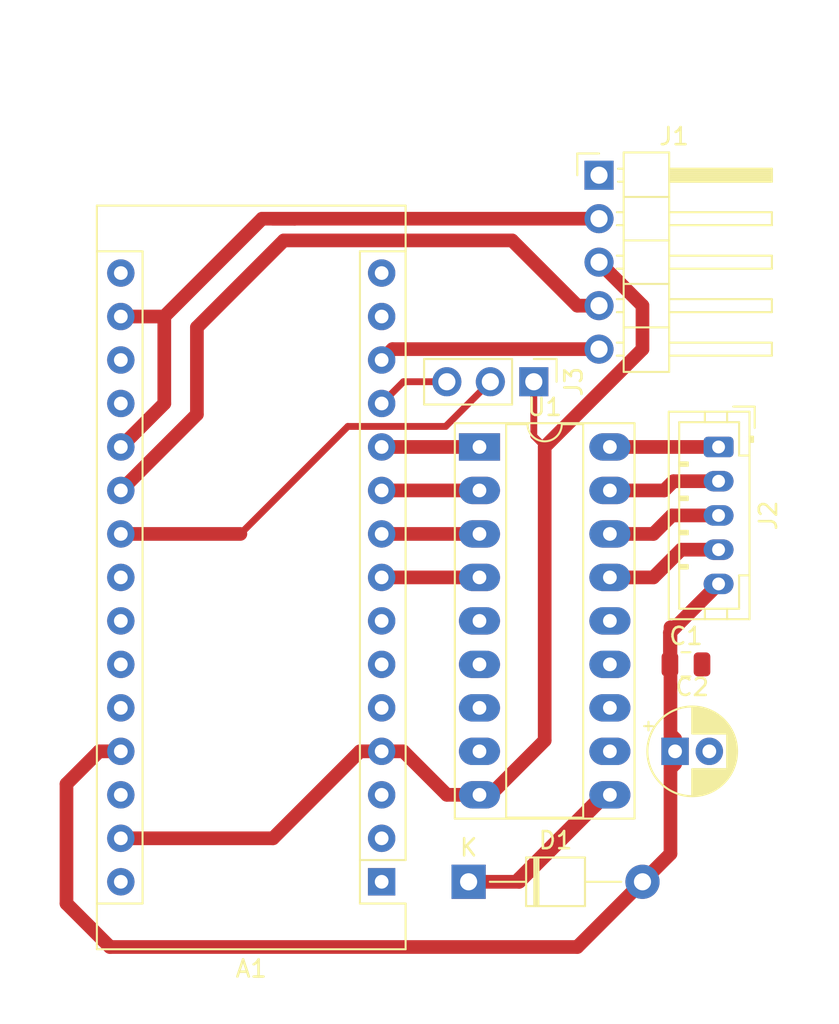
<source format=kicad_pcb>
(kicad_pcb (version 20171130) (host pcbnew 5.1.2)

  (general
    (thickness 1.6)
    (drawings 5)
    (tracks 77)
    (zones 0)
    (modules 8)
    (nets 43)
  )

  (page A4)
  (layers
    (0 F.Cu signal)
    (31 B.Cu signal)
    (32 B.Adhes user)
    (33 F.Adhes user)
    (34 B.Paste user)
    (35 F.Paste user)
    (36 B.SilkS user)
    (37 F.SilkS user)
    (38 B.Mask user)
    (39 F.Mask user)
    (40 Dwgs.User user)
    (41 Cmts.User user)
    (42 Eco1.User user)
    (43 Eco2.User user)
    (44 Edge.Cuts user)
    (45 Margin user)
    (46 B.CrtYd user)
    (47 F.CrtYd user)
    (48 B.Fab user)
    (49 F.Fab user)
  )

  (setup
    (last_trace_width 0.4)
    (user_trace_width 0.8)
    (trace_clearance 0.2)
    (zone_clearance 0.508)
    (zone_45_only no)
    (trace_min 0.4)
    (via_size 0.8)
    (via_drill 0.4)
    (via_min_size 0.4)
    (via_min_drill 0.3)
    (uvia_size 0.3)
    (uvia_drill 0.1)
    (uvias_allowed no)
    (uvia_min_size 0.2)
    (uvia_min_drill 0.1)
    (edge_width 0.05)
    (segment_width 0.2)
    (pcb_text_width 0.3)
    (pcb_text_size 1.5 1.5)
    (mod_edge_width 0.12)
    (mod_text_size 1 1)
    (mod_text_width 0.15)
    (pad_size 1.524 1.524)
    (pad_drill 0.762)
    (pad_to_mask_clearance 0.051)
    (solder_mask_min_width 0.25)
    (aux_axis_origin 0 0)
    (visible_elements FFFFFF7F)
    (pcbplotparams
      (layerselection 0x010fc_ffffffff)
      (usegerberextensions false)
      (usegerberattributes false)
      (usegerberadvancedattributes false)
      (creategerberjobfile false)
      (excludeedgelayer true)
      (linewidth 0.100000)
      (plotframeref false)
      (viasonmask false)
      (mode 1)
      (useauxorigin false)
      (hpglpennumber 1)
      (hpglpenspeed 20)
      (hpglpendiameter 15.000000)
      (psnegative false)
      (psa4output false)
      (plotreference true)
      (plotvalue true)
      (plotinvisibletext false)
      (padsonsilk false)
      (subtractmaskfromsilk false)
      (outputformat 1)
      (mirror false)
      (drillshape 1)
      (scaleselection 1)
      (outputdirectory ""))
  )

  (net 0 "")
  (net 1 "Net-(A1-Pad16)")
  (net 2 "Net-(A1-Pad15)")
  (net 3 "Net-(A1-Pad30)")
  (net 4 "Net-(A1-Pad14)")
  (net 5 GND)
  (net 6 "Net-(A1-Pad28)")
  (net 7 "Net-(A1-Pad12)")
  (net 8 +5V)
  (net 9 "Net-(A1-Pad11)")
  (net 10 "Net-(A1-Pad26)")
  (net 11 "Net-(A1-Pad10)")
  (net 12 "Net-(A1-Pad25)")
  (net 13 "Net-(A1-Pad9)")
  (net 14 "Net-(A1-Pad24)")
  (net 15 "Net-(A1-Pad8)")
  (net 16 "Net-(A1-Pad23)")
  (net 17 "Net-(A1-Pad7)")
  (net 18 "Net-(A1-Pad22)")
  (net 19 "Net-(A1-Pad6)")
  (net 20 "Net-(A1-Pad5)")
  (net 21 +3V3)
  (net 22 "Net-(A1-Pad19)")
  (net 23 "Net-(A1-Pad3)")
  (net 24 "Net-(A1-Pad18)")
  (net 25 "Net-(A1-Pad2)")
  (net 26 "Net-(A1-Pad1)")
  (net 27 "Net-(D1-Pad1)")
  (net 28 "Net-(J1-Pad1)")
  (net 29 "Net-(J2-Pad4)")
  (net 30 "Net-(J2-Pad3)")
  (net 31 "Net-(J2-Pad2)")
  (net 32 "Net-(J2-Pad1)")
  (net 33 "Net-(U1-Pad8)")
  (net 34 "Net-(U1-Pad7)")
  (net 35 "Net-(U1-Pad6)")
  (net 36 "Net-(U1-Pad14)")
  (net 37 "Net-(U1-Pad5)")
  (net 38 "Net-(U1-Pad13)")
  (net 39 "Net-(U1-Pad12)")
  (net 40 "Net-(U1-Pad11)")
  (net 41 /SensorEnable)
  (net 42 /UVMeasure)

  (net_class Default "Dies ist die voreingestellte Netzklasse."
    (clearance 0.2)
    (trace_width 0.4)
    (via_dia 0.8)
    (via_drill 0.4)
    (uvia_dia 0.3)
    (uvia_drill 0.1)
    (diff_pair_width 0.4)
    (diff_pair_gap 0.25)
    (add_net +3V3)
    (add_net +5V)
    (add_net /SensorEnable)
    (add_net /UVMeasure)
    (add_net GND)
    (add_net "Net-(A1-Pad1)")
    (add_net "Net-(A1-Pad10)")
    (add_net "Net-(A1-Pad11)")
    (add_net "Net-(A1-Pad12)")
    (add_net "Net-(A1-Pad14)")
    (add_net "Net-(A1-Pad15)")
    (add_net "Net-(A1-Pad16)")
    (add_net "Net-(A1-Pad18)")
    (add_net "Net-(A1-Pad19)")
    (add_net "Net-(A1-Pad2)")
    (add_net "Net-(A1-Pad22)")
    (add_net "Net-(A1-Pad23)")
    (add_net "Net-(A1-Pad24)")
    (add_net "Net-(A1-Pad25)")
    (add_net "Net-(A1-Pad26)")
    (add_net "Net-(A1-Pad28)")
    (add_net "Net-(A1-Pad3)")
    (add_net "Net-(A1-Pad30)")
    (add_net "Net-(A1-Pad5)")
    (add_net "Net-(A1-Pad6)")
    (add_net "Net-(A1-Pad7)")
    (add_net "Net-(A1-Pad8)")
    (add_net "Net-(A1-Pad9)")
    (add_net "Net-(D1-Pad1)")
    (add_net "Net-(J1-Pad1)")
    (add_net "Net-(J2-Pad1)")
    (add_net "Net-(J2-Pad2)")
    (add_net "Net-(J2-Pad3)")
    (add_net "Net-(J2-Pad4)")
    (add_net "Net-(U1-Pad11)")
    (add_net "Net-(U1-Pad12)")
    (add_net "Net-(U1-Pad13)")
    (add_net "Net-(U1-Pad14)")
    (add_net "Net-(U1-Pad5)")
    (add_net "Net-(U1-Pad6)")
    (add_net "Net-(U1-Pad7)")
    (add_net "Net-(U1-Pad8)")
  )

  (module Connector_PinHeader_2.54mm:PinHeader_1x03_P2.54mm_Vertical (layer F.Cu) (tedit 59FED5CC) (tstamp 5CEDC8EE)
    (at 45.72 46.99 270)
    (descr "Through hole straight pin header, 1x03, 2.54mm pitch, single row")
    (tags "Through hole pin header THT 1x03 2.54mm single row")
    (path /5CF0BB94)
    (fp_text reference J3 (at 0 -2.33 90) (layer F.SilkS)
      (effects (font (size 1 1) (thickness 0.15)))
    )
    (fp_text value Conn_01x03_Male (at 0 7.41 90) (layer F.Fab)
      (effects (font (size 1 1) (thickness 0.15)))
    )
    (fp_text user %R (at 0 2.54) (layer F.Fab)
      (effects (font (size 1 1) (thickness 0.15)))
    )
    (fp_line (start 1.8 -1.8) (end -1.8 -1.8) (layer F.CrtYd) (width 0.05))
    (fp_line (start 1.8 6.85) (end 1.8 -1.8) (layer F.CrtYd) (width 0.05))
    (fp_line (start -1.8 6.85) (end 1.8 6.85) (layer F.CrtYd) (width 0.05))
    (fp_line (start -1.8 -1.8) (end -1.8 6.85) (layer F.CrtYd) (width 0.05))
    (fp_line (start -1.33 -1.33) (end 0 -1.33) (layer F.SilkS) (width 0.12))
    (fp_line (start -1.33 0) (end -1.33 -1.33) (layer F.SilkS) (width 0.12))
    (fp_line (start -1.33 1.27) (end 1.33 1.27) (layer F.SilkS) (width 0.12))
    (fp_line (start 1.33 1.27) (end 1.33 6.41) (layer F.SilkS) (width 0.12))
    (fp_line (start -1.33 1.27) (end -1.33 6.41) (layer F.SilkS) (width 0.12))
    (fp_line (start -1.33 6.41) (end 1.33 6.41) (layer F.SilkS) (width 0.12))
    (fp_line (start -1.27 -0.635) (end -0.635 -1.27) (layer F.Fab) (width 0.1))
    (fp_line (start -1.27 6.35) (end -1.27 -0.635) (layer F.Fab) (width 0.1))
    (fp_line (start 1.27 6.35) (end -1.27 6.35) (layer F.Fab) (width 0.1))
    (fp_line (start 1.27 -1.27) (end 1.27 6.35) (layer F.Fab) (width 0.1))
    (fp_line (start -0.635 -1.27) (end 1.27 -1.27) (layer F.Fab) (width 0.1))
    (pad 3 thru_hole oval (at 0 5.08 270) (size 1.7 1.7) (drill 1) (layers *.Cu *.Mask)
      (net 7 "Net-(A1-Pad12)"))
    (pad 2 thru_hole oval (at 0 2.54 270) (size 1.7 1.7) (drill 1) (layers *.Cu *.Mask)
      (net 18 "Net-(A1-Pad22)"))
    (pad 1 thru_hole rect (at 0 0 270) (size 1.7 1.7) (drill 1) (layers *.Cu *.Mask)
      (net 5 GND))
    (model ${KISYS3DMOD}/Connector_PinHeader_2.54mm.3dshapes/PinHeader_1x03_P2.54mm_Vertical.wrl
      (at (xyz 0 0 0))
      (scale (xyz 1 1 1))
      (rotate (xyz 0 0 0))
    )
  )

  (module Capacitor_THT:CP_Radial_D5.0mm_P2.00mm (layer F.Cu) (tedit 5AE50EF0) (tstamp 5CED989F)
    (at 53.975 68.58)
    (descr "CP, Radial series, Radial, pin pitch=2.00mm, , diameter=5mm, Electrolytic Capacitor")
    (tags "CP Radial series Radial pin pitch 2.00mm  diameter 5mm Electrolytic Capacitor")
    (path /5CEED029)
    (fp_text reference C2 (at 1 -3.75) (layer F.SilkS)
      (effects (font (size 1 1) (thickness 0.15)))
    )
    (fp_text value 100uF (at 1 3.75) (layer F.Fab)
      (effects (font (size 1 1) (thickness 0.15)))
    )
    (fp_text user %R (at 1 0) (layer F.Fab)
      (effects (font (size 1 1) (thickness 0.15)))
    )
    (fp_line (start -1.554775 -1.725) (end -1.554775 -1.225) (layer F.SilkS) (width 0.12))
    (fp_line (start -1.804775 -1.475) (end -1.304775 -1.475) (layer F.SilkS) (width 0.12))
    (fp_line (start 3.601 -0.284) (end 3.601 0.284) (layer F.SilkS) (width 0.12))
    (fp_line (start 3.561 -0.518) (end 3.561 0.518) (layer F.SilkS) (width 0.12))
    (fp_line (start 3.521 -0.677) (end 3.521 0.677) (layer F.SilkS) (width 0.12))
    (fp_line (start 3.481 -0.805) (end 3.481 0.805) (layer F.SilkS) (width 0.12))
    (fp_line (start 3.441 -0.915) (end 3.441 0.915) (layer F.SilkS) (width 0.12))
    (fp_line (start 3.401 -1.011) (end 3.401 1.011) (layer F.SilkS) (width 0.12))
    (fp_line (start 3.361 -1.098) (end 3.361 1.098) (layer F.SilkS) (width 0.12))
    (fp_line (start 3.321 -1.178) (end 3.321 1.178) (layer F.SilkS) (width 0.12))
    (fp_line (start 3.281 -1.251) (end 3.281 1.251) (layer F.SilkS) (width 0.12))
    (fp_line (start 3.241 -1.319) (end 3.241 1.319) (layer F.SilkS) (width 0.12))
    (fp_line (start 3.201 -1.383) (end 3.201 1.383) (layer F.SilkS) (width 0.12))
    (fp_line (start 3.161 -1.443) (end 3.161 1.443) (layer F.SilkS) (width 0.12))
    (fp_line (start 3.121 -1.5) (end 3.121 1.5) (layer F.SilkS) (width 0.12))
    (fp_line (start 3.081 -1.554) (end 3.081 1.554) (layer F.SilkS) (width 0.12))
    (fp_line (start 3.041 -1.605) (end 3.041 1.605) (layer F.SilkS) (width 0.12))
    (fp_line (start 3.001 1.04) (end 3.001 1.653) (layer F.SilkS) (width 0.12))
    (fp_line (start 3.001 -1.653) (end 3.001 -1.04) (layer F.SilkS) (width 0.12))
    (fp_line (start 2.961 1.04) (end 2.961 1.699) (layer F.SilkS) (width 0.12))
    (fp_line (start 2.961 -1.699) (end 2.961 -1.04) (layer F.SilkS) (width 0.12))
    (fp_line (start 2.921 1.04) (end 2.921 1.743) (layer F.SilkS) (width 0.12))
    (fp_line (start 2.921 -1.743) (end 2.921 -1.04) (layer F.SilkS) (width 0.12))
    (fp_line (start 2.881 1.04) (end 2.881 1.785) (layer F.SilkS) (width 0.12))
    (fp_line (start 2.881 -1.785) (end 2.881 -1.04) (layer F.SilkS) (width 0.12))
    (fp_line (start 2.841 1.04) (end 2.841 1.826) (layer F.SilkS) (width 0.12))
    (fp_line (start 2.841 -1.826) (end 2.841 -1.04) (layer F.SilkS) (width 0.12))
    (fp_line (start 2.801 1.04) (end 2.801 1.864) (layer F.SilkS) (width 0.12))
    (fp_line (start 2.801 -1.864) (end 2.801 -1.04) (layer F.SilkS) (width 0.12))
    (fp_line (start 2.761 1.04) (end 2.761 1.901) (layer F.SilkS) (width 0.12))
    (fp_line (start 2.761 -1.901) (end 2.761 -1.04) (layer F.SilkS) (width 0.12))
    (fp_line (start 2.721 1.04) (end 2.721 1.937) (layer F.SilkS) (width 0.12))
    (fp_line (start 2.721 -1.937) (end 2.721 -1.04) (layer F.SilkS) (width 0.12))
    (fp_line (start 2.681 1.04) (end 2.681 1.971) (layer F.SilkS) (width 0.12))
    (fp_line (start 2.681 -1.971) (end 2.681 -1.04) (layer F.SilkS) (width 0.12))
    (fp_line (start 2.641 1.04) (end 2.641 2.004) (layer F.SilkS) (width 0.12))
    (fp_line (start 2.641 -2.004) (end 2.641 -1.04) (layer F.SilkS) (width 0.12))
    (fp_line (start 2.601 1.04) (end 2.601 2.035) (layer F.SilkS) (width 0.12))
    (fp_line (start 2.601 -2.035) (end 2.601 -1.04) (layer F.SilkS) (width 0.12))
    (fp_line (start 2.561 1.04) (end 2.561 2.065) (layer F.SilkS) (width 0.12))
    (fp_line (start 2.561 -2.065) (end 2.561 -1.04) (layer F.SilkS) (width 0.12))
    (fp_line (start 2.521 1.04) (end 2.521 2.095) (layer F.SilkS) (width 0.12))
    (fp_line (start 2.521 -2.095) (end 2.521 -1.04) (layer F.SilkS) (width 0.12))
    (fp_line (start 2.481 1.04) (end 2.481 2.122) (layer F.SilkS) (width 0.12))
    (fp_line (start 2.481 -2.122) (end 2.481 -1.04) (layer F.SilkS) (width 0.12))
    (fp_line (start 2.441 1.04) (end 2.441 2.149) (layer F.SilkS) (width 0.12))
    (fp_line (start 2.441 -2.149) (end 2.441 -1.04) (layer F.SilkS) (width 0.12))
    (fp_line (start 2.401 1.04) (end 2.401 2.175) (layer F.SilkS) (width 0.12))
    (fp_line (start 2.401 -2.175) (end 2.401 -1.04) (layer F.SilkS) (width 0.12))
    (fp_line (start 2.361 1.04) (end 2.361 2.2) (layer F.SilkS) (width 0.12))
    (fp_line (start 2.361 -2.2) (end 2.361 -1.04) (layer F.SilkS) (width 0.12))
    (fp_line (start 2.321 1.04) (end 2.321 2.224) (layer F.SilkS) (width 0.12))
    (fp_line (start 2.321 -2.224) (end 2.321 -1.04) (layer F.SilkS) (width 0.12))
    (fp_line (start 2.281 1.04) (end 2.281 2.247) (layer F.SilkS) (width 0.12))
    (fp_line (start 2.281 -2.247) (end 2.281 -1.04) (layer F.SilkS) (width 0.12))
    (fp_line (start 2.241 1.04) (end 2.241 2.268) (layer F.SilkS) (width 0.12))
    (fp_line (start 2.241 -2.268) (end 2.241 -1.04) (layer F.SilkS) (width 0.12))
    (fp_line (start 2.201 1.04) (end 2.201 2.29) (layer F.SilkS) (width 0.12))
    (fp_line (start 2.201 -2.29) (end 2.201 -1.04) (layer F.SilkS) (width 0.12))
    (fp_line (start 2.161 1.04) (end 2.161 2.31) (layer F.SilkS) (width 0.12))
    (fp_line (start 2.161 -2.31) (end 2.161 -1.04) (layer F.SilkS) (width 0.12))
    (fp_line (start 2.121 1.04) (end 2.121 2.329) (layer F.SilkS) (width 0.12))
    (fp_line (start 2.121 -2.329) (end 2.121 -1.04) (layer F.SilkS) (width 0.12))
    (fp_line (start 2.081 1.04) (end 2.081 2.348) (layer F.SilkS) (width 0.12))
    (fp_line (start 2.081 -2.348) (end 2.081 -1.04) (layer F.SilkS) (width 0.12))
    (fp_line (start 2.041 1.04) (end 2.041 2.365) (layer F.SilkS) (width 0.12))
    (fp_line (start 2.041 -2.365) (end 2.041 -1.04) (layer F.SilkS) (width 0.12))
    (fp_line (start 2.001 1.04) (end 2.001 2.382) (layer F.SilkS) (width 0.12))
    (fp_line (start 2.001 -2.382) (end 2.001 -1.04) (layer F.SilkS) (width 0.12))
    (fp_line (start 1.961 1.04) (end 1.961 2.398) (layer F.SilkS) (width 0.12))
    (fp_line (start 1.961 -2.398) (end 1.961 -1.04) (layer F.SilkS) (width 0.12))
    (fp_line (start 1.921 1.04) (end 1.921 2.414) (layer F.SilkS) (width 0.12))
    (fp_line (start 1.921 -2.414) (end 1.921 -1.04) (layer F.SilkS) (width 0.12))
    (fp_line (start 1.881 1.04) (end 1.881 2.428) (layer F.SilkS) (width 0.12))
    (fp_line (start 1.881 -2.428) (end 1.881 -1.04) (layer F.SilkS) (width 0.12))
    (fp_line (start 1.841 1.04) (end 1.841 2.442) (layer F.SilkS) (width 0.12))
    (fp_line (start 1.841 -2.442) (end 1.841 -1.04) (layer F.SilkS) (width 0.12))
    (fp_line (start 1.801 1.04) (end 1.801 2.455) (layer F.SilkS) (width 0.12))
    (fp_line (start 1.801 -2.455) (end 1.801 -1.04) (layer F.SilkS) (width 0.12))
    (fp_line (start 1.761 1.04) (end 1.761 2.468) (layer F.SilkS) (width 0.12))
    (fp_line (start 1.761 -2.468) (end 1.761 -1.04) (layer F.SilkS) (width 0.12))
    (fp_line (start 1.721 1.04) (end 1.721 2.48) (layer F.SilkS) (width 0.12))
    (fp_line (start 1.721 -2.48) (end 1.721 -1.04) (layer F.SilkS) (width 0.12))
    (fp_line (start 1.68 1.04) (end 1.68 2.491) (layer F.SilkS) (width 0.12))
    (fp_line (start 1.68 -2.491) (end 1.68 -1.04) (layer F.SilkS) (width 0.12))
    (fp_line (start 1.64 1.04) (end 1.64 2.501) (layer F.SilkS) (width 0.12))
    (fp_line (start 1.64 -2.501) (end 1.64 -1.04) (layer F.SilkS) (width 0.12))
    (fp_line (start 1.6 1.04) (end 1.6 2.511) (layer F.SilkS) (width 0.12))
    (fp_line (start 1.6 -2.511) (end 1.6 -1.04) (layer F.SilkS) (width 0.12))
    (fp_line (start 1.56 1.04) (end 1.56 2.52) (layer F.SilkS) (width 0.12))
    (fp_line (start 1.56 -2.52) (end 1.56 -1.04) (layer F.SilkS) (width 0.12))
    (fp_line (start 1.52 1.04) (end 1.52 2.528) (layer F.SilkS) (width 0.12))
    (fp_line (start 1.52 -2.528) (end 1.52 -1.04) (layer F.SilkS) (width 0.12))
    (fp_line (start 1.48 1.04) (end 1.48 2.536) (layer F.SilkS) (width 0.12))
    (fp_line (start 1.48 -2.536) (end 1.48 -1.04) (layer F.SilkS) (width 0.12))
    (fp_line (start 1.44 1.04) (end 1.44 2.543) (layer F.SilkS) (width 0.12))
    (fp_line (start 1.44 -2.543) (end 1.44 -1.04) (layer F.SilkS) (width 0.12))
    (fp_line (start 1.4 1.04) (end 1.4 2.55) (layer F.SilkS) (width 0.12))
    (fp_line (start 1.4 -2.55) (end 1.4 -1.04) (layer F.SilkS) (width 0.12))
    (fp_line (start 1.36 1.04) (end 1.36 2.556) (layer F.SilkS) (width 0.12))
    (fp_line (start 1.36 -2.556) (end 1.36 -1.04) (layer F.SilkS) (width 0.12))
    (fp_line (start 1.32 1.04) (end 1.32 2.561) (layer F.SilkS) (width 0.12))
    (fp_line (start 1.32 -2.561) (end 1.32 -1.04) (layer F.SilkS) (width 0.12))
    (fp_line (start 1.28 1.04) (end 1.28 2.565) (layer F.SilkS) (width 0.12))
    (fp_line (start 1.28 -2.565) (end 1.28 -1.04) (layer F.SilkS) (width 0.12))
    (fp_line (start 1.24 1.04) (end 1.24 2.569) (layer F.SilkS) (width 0.12))
    (fp_line (start 1.24 -2.569) (end 1.24 -1.04) (layer F.SilkS) (width 0.12))
    (fp_line (start 1.2 1.04) (end 1.2 2.573) (layer F.SilkS) (width 0.12))
    (fp_line (start 1.2 -2.573) (end 1.2 -1.04) (layer F.SilkS) (width 0.12))
    (fp_line (start 1.16 1.04) (end 1.16 2.576) (layer F.SilkS) (width 0.12))
    (fp_line (start 1.16 -2.576) (end 1.16 -1.04) (layer F.SilkS) (width 0.12))
    (fp_line (start 1.12 1.04) (end 1.12 2.578) (layer F.SilkS) (width 0.12))
    (fp_line (start 1.12 -2.578) (end 1.12 -1.04) (layer F.SilkS) (width 0.12))
    (fp_line (start 1.08 1.04) (end 1.08 2.579) (layer F.SilkS) (width 0.12))
    (fp_line (start 1.08 -2.579) (end 1.08 -1.04) (layer F.SilkS) (width 0.12))
    (fp_line (start 1.04 -2.58) (end 1.04 -1.04) (layer F.SilkS) (width 0.12))
    (fp_line (start 1.04 1.04) (end 1.04 2.58) (layer F.SilkS) (width 0.12))
    (fp_line (start 1 -2.58) (end 1 -1.04) (layer F.SilkS) (width 0.12))
    (fp_line (start 1 1.04) (end 1 2.58) (layer F.SilkS) (width 0.12))
    (fp_line (start -0.883605 -1.3375) (end -0.883605 -0.8375) (layer F.Fab) (width 0.1))
    (fp_line (start -1.133605 -1.0875) (end -0.633605 -1.0875) (layer F.Fab) (width 0.1))
    (fp_circle (center 1 0) (end 3.75 0) (layer F.CrtYd) (width 0.05))
    (fp_circle (center 1 0) (end 3.62 0) (layer F.SilkS) (width 0.12))
    (fp_circle (center 1 0) (end 3.5 0) (layer F.Fab) (width 0.1))
    (pad 2 thru_hole circle (at 2 0) (size 1.6 1.6) (drill 0.8) (layers *.Cu *.Mask)
      (net 5 GND))
    (pad 1 thru_hole rect (at 0 0) (size 1.6 1.6) (drill 0.8) (layers *.Cu *.Mask)
      (net 8 +5V))
    (model ${KISYS3DMOD}/Capacitor_THT.3dshapes/CP_Radial_D5.0mm_P2.00mm.wrl
      (at (xyz 0 0 0))
      (scale (xyz 1 1 1))
      (rotate (xyz 0 0 0))
    )
  )

  (module Capacitor_SMD:C_0805_2012Metric (layer F.Cu) (tedit 5B36C52B) (tstamp 5CED981C)
    (at 54.61 63.5)
    (descr "Capacitor SMD 0805 (2012 Metric), square (rectangular) end terminal, IPC_7351 nominal, (Body size source: https://docs.google.com/spreadsheets/d/1BsfQQcO9C6DZCsRaXUlFlo91Tg2WpOkGARC1WS5S8t0/edit?usp=sharing), generated with kicad-footprint-generator")
    (tags capacitor)
    (path /5CEED474)
    (attr smd)
    (fp_text reference C1 (at 0 -1.65) (layer F.SilkS)
      (effects (font (size 1 1) (thickness 0.15)))
    )
    (fp_text value 100nF (at 0 1.65) (layer F.Fab)
      (effects (font (size 1 1) (thickness 0.15)))
    )
    (fp_text user %R (at -0.080001 0) (layer F.Fab)
      (effects (font (size 0.5 0.5) (thickness 0.08)))
    )
    (fp_line (start 1.68 0.95) (end -1.68 0.95) (layer F.CrtYd) (width 0.05))
    (fp_line (start 1.68 -0.95) (end 1.68 0.95) (layer F.CrtYd) (width 0.05))
    (fp_line (start -1.68 -0.95) (end 1.68 -0.95) (layer F.CrtYd) (width 0.05))
    (fp_line (start -1.68 0.95) (end -1.68 -0.95) (layer F.CrtYd) (width 0.05))
    (fp_line (start -0.258578 0.71) (end 0.258578 0.71) (layer F.SilkS) (width 0.12))
    (fp_line (start -0.258578 -0.71) (end 0.258578 -0.71) (layer F.SilkS) (width 0.12))
    (fp_line (start 1 0.6) (end -1 0.6) (layer F.Fab) (width 0.1))
    (fp_line (start 1 -0.6) (end 1 0.6) (layer F.Fab) (width 0.1))
    (fp_line (start -1 -0.6) (end 1 -0.6) (layer F.Fab) (width 0.1))
    (fp_line (start -1 0.6) (end -1 -0.6) (layer F.Fab) (width 0.1))
    (pad 2 smd roundrect (at 0.9375 0) (size 0.975 1.4) (layers F.Cu F.Paste F.Mask) (roundrect_rratio 0.25)
      (net 5 GND))
    (pad 1 smd roundrect (at -0.9375 0) (size 0.975 1.4) (layers F.Cu F.Paste F.Mask) (roundrect_rratio 0.25)
      (net 8 +5V))
    (model ${KISYS3DMOD}/Capacitor_SMD.3dshapes/C_0805_2012Metric.wrl
      (at (xyz 0 0 0))
      (scale (xyz 1 1 1))
      (rotate (xyz 0 0 0))
    )
  )

  (module Module:Arduino_Nano (layer F.Cu) (tedit 58ACAF70) (tstamp 5CEAF89B)
    (at 36.83 76.2 180)
    (descr "Arduino Nano, http://www.mouser.com/pdfdocs/Gravitech_Arduino_Nano3_0.pdf")
    (tags "Arduino Nano")
    (path /5CEA9AD0)
    (fp_text reference A1 (at 7.62 -5.08) (layer F.SilkS)
      (effects (font (size 1 1) (thickness 0.15)))
    )
    (fp_text value Arduino_Nano_v3.x (at 8.89 19.05 90) (layer F.Fab)
      (effects (font (size 1 1) (thickness 0.15)))
    )
    (fp_line (start 16.75 42.16) (end -1.53 42.16) (layer F.CrtYd) (width 0.05))
    (fp_line (start 16.75 42.16) (end 16.75 -4.06) (layer F.CrtYd) (width 0.05))
    (fp_line (start -1.53 -4.06) (end -1.53 42.16) (layer F.CrtYd) (width 0.05))
    (fp_line (start -1.53 -4.06) (end 16.75 -4.06) (layer F.CrtYd) (width 0.05))
    (fp_line (start 16.51 -3.81) (end 16.51 39.37) (layer F.Fab) (width 0.1))
    (fp_line (start 0 -3.81) (end 16.51 -3.81) (layer F.Fab) (width 0.1))
    (fp_line (start -1.27 -2.54) (end 0 -3.81) (layer F.Fab) (width 0.1))
    (fp_line (start -1.27 39.37) (end -1.27 -2.54) (layer F.Fab) (width 0.1))
    (fp_line (start 16.51 39.37) (end -1.27 39.37) (layer F.Fab) (width 0.1))
    (fp_line (start 16.64 -3.94) (end -1.4 -3.94) (layer F.SilkS) (width 0.12))
    (fp_line (start 16.64 39.5) (end 16.64 -3.94) (layer F.SilkS) (width 0.12))
    (fp_line (start -1.4 39.5) (end 16.64 39.5) (layer F.SilkS) (width 0.12))
    (fp_line (start 3.81 41.91) (end 3.81 31.75) (layer F.Fab) (width 0.1))
    (fp_line (start 11.43 41.91) (end 3.81 41.91) (layer F.Fab) (width 0.1))
    (fp_line (start 11.43 31.75) (end 11.43 41.91) (layer F.Fab) (width 0.1))
    (fp_line (start 3.81 31.75) (end 11.43 31.75) (layer F.Fab) (width 0.1))
    (fp_line (start 1.27 36.83) (end -1.4 36.83) (layer F.SilkS) (width 0.12))
    (fp_line (start 1.27 1.27) (end 1.27 36.83) (layer F.SilkS) (width 0.12))
    (fp_line (start 1.27 1.27) (end -1.4 1.27) (layer F.SilkS) (width 0.12))
    (fp_line (start 13.97 36.83) (end 16.64 36.83) (layer F.SilkS) (width 0.12))
    (fp_line (start 13.97 -1.27) (end 13.97 36.83) (layer F.SilkS) (width 0.12))
    (fp_line (start 13.97 -1.27) (end 16.64 -1.27) (layer F.SilkS) (width 0.12))
    (fp_line (start -1.4 -3.94) (end -1.4 -1.27) (layer F.SilkS) (width 0.12))
    (fp_line (start -1.4 1.27) (end -1.4 39.5) (layer F.SilkS) (width 0.12))
    (fp_line (start 1.27 -1.27) (end -1.4 -1.27) (layer F.SilkS) (width 0.12))
    (fp_line (start 1.27 1.27) (end 1.27 -1.27) (layer F.SilkS) (width 0.12))
    (fp_text user %R (at 6.35 19.05 90) (layer F.Fab)
      (effects (font (size 1 1) (thickness 0.15)))
    )
    (pad 16 thru_hole oval (at 15.24 35.56 180) (size 1.6 1.6) (drill 0.8) (layers *.Cu *.Mask)
      (net 1 "Net-(A1-Pad16)"))
    (pad 15 thru_hole oval (at 0 35.56 180) (size 1.6 1.6) (drill 0.8) (layers *.Cu *.Mask)
      (net 2 "Net-(A1-Pad15)"))
    (pad 30 thru_hole oval (at 15.24 0 180) (size 1.6 1.6) (drill 0.8) (layers *.Cu *.Mask)
      (net 3 "Net-(A1-Pad30)"))
    (pad 14 thru_hole oval (at 0 33.02 180) (size 1.6 1.6) (drill 0.8) (layers *.Cu *.Mask)
      (net 4 "Net-(A1-Pad14)"))
    (pad 29 thru_hole oval (at 15.24 2.54 180) (size 1.6 1.6) (drill 0.8) (layers *.Cu *.Mask)
      (net 5 GND))
    (pad 13 thru_hole oval (at 0 30.48 180) (size 1.6 1.6) (drill 0.8) (layers *.Cu *.Mask)
      (net 41 /SensorEnable))
    (pad 28 thru_hole oval (at 15.24 5.08 180) (size 1.6 1.6) (drill 0.8) (layers *.Cu *.Mask)
      (net 6 "Net-(A1-Pad28)"))
    (pad 12 thru_hole oval (at 0 27.94 180) (size 1.6 1.6) (drill 0.8) (layers *.Cu *.Mask)
      (net 7 "Net-(A1-Pad12)"))
    (pad 27 thru_hole oval (at 15.24 7.62 180) (size 1.6 1.6) (drill 0.8) (layers *.Cu *.Mask)
      (net 8 +5V))
    (pad 11 thru_hole oval (at 0 25.4 180) (size 1.6 1.6) (drill 0.8) (layers *.Cu *.Mask)
      (net 9 "Net-(A1-Pad11)"))
    (pad 26 thru_hole oval (at 15.24 10.16 180) (size 1.6 1.6) (drill 0.8) (layers *.Cu *.Mask)
      (net 10 "Net-(A1-Pad26)"))
    (pad 10 thru_hole oval (at 0 22.86 180) (size 1.6 1.6) (drill 0.8) (layers *.Cu *.Mask)
      (net 11 "Net-(A1-Pad10)"))
    (pad 25 thru_hole oval (at 15.24 12.7 180) (size 1.6 1.6) (drill 0.8) (layers *.Cu *.Mask)
      (net 12 "Net-(A1-Pad25)"))
    (pad 9 thru_hole oval (at 0 20.32 180) (size 1.6 1.6) (drill 0.8) (layers *.Cu *.Mask)
      (net 13 "Net-(A1-Pad9)"))
    (pad 24 thru_hole oval (at 15.24 15.24 180) (size 1.6 1.6) (drill 0.8) (layers *.Cu *.Mask)
      (net 14 "Net-(A1-Pad24)"))
    (pad 8 thru_hole oval (at 0 17.78 180) (size 1.6 1.6) (drill 0.8) (layers *.Cu *.Mask)
      (net 15 "Net-(A1-Pad8)"))
    (pad 23 thru_hole oval (at 15.24 17.78 180) (size 1.6 1.6) (drill 0.8) (layers *.Cu *.Mask)
      (net 16 "Net-(A1-Pad23)"))
    (pad 7 thru_hole oval (at 0 15.24 180) (size 1.6 1.6) (drill 0.8) (layers *.Cu *.Mask)
      (net 17 "Net-(A1-Pad7)"))
    (pad 22 thru_hole oval (at 15.24 20.32 180) (size 1.6 1.6) (drill 0.8) (layers *.Cu *.Mask)
      (net 18 "Net-(A1-Pad22)"))
    (pad 6 thru_hole oval (at 0 12.7 180) (size 1.6 1.6) (drill 0.8) (layers *.Cu *.Mask)
      (net 19 "Net-(A1-Pad6)"))
    (pad 21 thru_hole oval (at 15.24 22.86 180) (size 1.6 1.6) (drill 0.8) (layers *.Cu *.Mask)
      (net 42 /UVMeasure))
    (pad 5 thru_hole oval (at 0 10.16 180) (size 1.6 1.6) (drill 0.8) (layers *.Cu *.Mask)
      (net 20 "Net-(A1-Pad5)"))
    (pad 20 thru_hole oval (at 15.24 25.4 180) (size 1.6 1.6) (drill 0.8) (layers *.Cu *.Mask)
      (net 21 +3V3))
    (pad 4 thru_hole oval (at 0 7.62 180) (size 1.6 1.6) (drill 0.8) (layers *.Cu *.Mask)
      (net 5 GND))
    (pad 19 thru_hole oval (at 15.24 27.94 180) (size 1.6 1.6) (drill 0.8) (layers *.Cu *.Mask)
      (net 22 "Net-(A1-Pad19)"))
    (pad 3 thru_hole oval (at 0 5.08 180) (size 1.6 1.6) (drill 0.8) (layers *.Cu *.Mask)
      (net 23 "Net-(A1-Pad3)"))
    (pad 18 thru_hole oval (at 15.24 30.48 180) (size 1.6 1.6) (drill 0.8) (layers *.Cu *.Mask)
      (net 24 "Net-(A1-Pad18)"))
    (pad 2 thru_hole oval (at 0 2.54 180) (size 1.6 1.6) (drill 0.8) (layers *.Cu *.Mask)
      (net 25 "Net-(A1-Pad2)"))
    (pad 17 thru_hole oval (at 15.24 33.02 180) (size 1.6 1.6) (drill 0.8) (layers *.Cu *.Mask)
      (net 21 +3V3))
    (pad 1 thru_hole rect (at 0 0 180) (size 1.6 1.6) (drill 0.8) (layers *.Cu *.Mask)
      (net 26 "Net-(A1-Pad1)"))
    (model ${KISYS3DMOD}/Module.3dshapes/Arduino_Nano_WithMountingHoles.wrl
      (at (xyz 0 0 0))
      (scale (xyz 1 1 1))
      (rotate (xyz 0 0 0))
    )
  )

  (module Diode_THT:D_T-1_P10.16mm_Horizontal (layer F.Cu) (tedit 5AE50CD5) (tstamp 5CEC0DD9)
    (at 41.91 76.2)
    (descr "Diode, T-1 series, Axial, Horizontal, pin pitch=10.16mm, , length*diameter=3.2*2.6mm^2, , http://www.diodes.com/_files/packages/T-1.pdf")
    (tags "Diode T-1 series Axial Horizontal pin pitch 10.16mm  length 3.2mm diameter 2.6mm")
    (path /5CEAB647)
    (fp_text reference D1 (at 5.08 -2.42) (layer F.SilkS)
      (effects (font (size 1 1) (thickness 0.15)))
    )
    (fp_text value D_Zener (at 5.08 2.42) (layer F.Fab)
      (effects (font (size 1 1) (thickness 0.15)))
    )
    (fp_text user K (at 0 -2) (layer F.SilkS)
      (effects (font (size 1 1) (thickness 0.15)))
    )
    (fp_text user K (at 0 -2) (layer F.Fab)
      (effects (font (size 1 1) (thickness 0.15)))
    )
    (fp_text user %R (at 5.08 0.635) (layer F.Fab)
      (effects (font (size 0.64 0.64) (thickness 0.096)))
    )
    (fp_line (start 11.41 -1.55) (end -1.25 -1.55) (layer F.CrtYd) (width 0.05))
    (fp_line (start 11.41 1.55) (end 11.41 -1.55) (layer F.CrtYd) (width 0.05))
    (fp_line (start -1.25 1.55) (end 11.41 1.55) (layer F.CrtYd) (width 0.05))
    (fp_line (start -1.25 -1.55) (end -1.25 1.55) (layer F.CrtYd) (width 0.05))
    (fp_line (start 3.84 -1.42) (end 3.84 1.42) (layer F.SilkS) (width 0.12))
    (fp_line (start 4.08 -1.42) (end 4.08 1.42) (layer F.SilkS) (width 0.12))
    (fp_line (start 3.96 -1.42) (end 3.96 1.42) (layer F.SilkS) (width 0.12))
    (fp_line (start 8.92 0) (end 6.8 0) (layer F.SilkS) (width 0.12))
    (fp_line (start 1.24 0) (end 3.36 0) (layer F.SilkS) (width 0.12))
    (fp_line (start 6.8 -1.42) (end 3.36 -1.42) (layer F.SilkS) (width 0.12))
    (fp_line (start 6.8 1.42) (end 6.8 -1.42) (layer F.SilkS) (width 0.12))
    (fp_line (start 3.36 1.42) (end 6.8 1.42) (layer F.SilkS) (width 0.12))
    (fp_line (start 3.36 -1.42) (end 3.36 1.42) (layer F.SilkS) (width 0.12))
    (fp_line (start 3.86 -1.3) (end 3.86 1.3) (layer F.Fab) (width 0.1))
    (fp_line (start 4.06 -1.3) (end 4.06 1.3) (layer F.Fab) (width 0.1))
    (fp_line (start 3.96 -1.3) (end 3.96 1.3) (layer F.Fab) (width 0.1))
    (fp_line (start 10.16 0) (end 6.68 0) (layer F.Fab) (width 0.1))
    (fp_line (start 0 0) (end 3.48 0) (layer F.Fab) (width 0.1))
    (fp_line (start 6.68 -1.3) (end 3.48 -1.3) (layer F.Fab) (width 0.1))
    (fp_line (start 6.68 1.3) (end 6.68 -1.3) (layer F.Fab) (width 0.1))
    (fp_line (start 3.48 1.3) (end 6.68 1.3) (layer F.Fab) (width 0.1))
    (fp_line (start 3.48 -1.3) (end 3.48 1.3) (layer F.Fab) (width 0.1))
    (pad 2 thru_hole oval (at 10.16 0) (size 2 2) (drill 1) (layers *.Cu *.Mask)
      (net 8 +5V))
    (pad 1 thru_hole rect (at 0 0) (size 2 2) (drill 1) (layers *.Cu *.Mask)
      (net 27 "Net-(D1-Pad1)"))
    (model ${KISYS3DMOD}/Diode_THT.3dshapes/D_T-1_P10.16mm_Horizontal.wrl
      (at (xyz 0 0 0))
      (scale (xyz 1 1 1))
      (rotate (xyz 0 0 0))
    )
  )

  (module Connector_JST:JST_PH_B5B-PH-K_1x05_P2.00mm_Vertical (layer F.Cu) (tedit 5B7745C2) (tstamp 5CEC19B4)
    (at 56.515 50.8 270)
    (descr "JST PH series connector, B5B-PH-K (http://www.jst-mfg.com/product/pdf/eng/ePH.pdf), generated with kicad-footprint-generator")
    (tags "connector JST PH side entry")
    (path /5CEACC56)
    (fp_text reference J2 (at 4 -2.9 90) (layer F.SilkS)
      (effects (font (size 1 1) (thickness 0.15)))
    )
    (fp_text value Conn_01x05_Male (at 4 4 90) (layer F.Fab)
      (effects (font (size 1 1) (thickness 0.15)))
    )
    (fp_text user %R (at 3.175 0.635 180) (layer F.Fab)
      (effects (font (size 1 1) (thickness 0.15)))
    )
    (fp_line (start 10.45 -2.2) (end -2.45 -2.2) (layer F.CrtYd) (width 0.05))
    (fp_line (start 10.45 3.3) (end 10.45 -2.2) (layer F.CrtYd) (width 0.05))
    (fp_line (start -2.45 3.3) (end 10.45 3.3) (layer F.CrtYd) (width 0.05))
    (fp_line (start -2.45 -2.2) (end -2.45 3.3) (layer F.CrtYd) (width 0.05))
    (fp_line (start 9.95 -1.7) (end -1.95 -1.7) (layer F.Fab) (width 0.1))
    (fp_line (start 9.95 2.8) (end 9.95 -1.7) (layer F.Fab) (width 0.1))
    (fp_line (start -1.95 2.8) (end 9.95 2.8) (layer F.Fab) (width 0.1))
    (fp_line (start -1.95 -1.7) (end -1.95 2.8) (layer F.Fab) (width 0.1))
    (fp_line (start -2.36 -2.11) (end -2.36 -0.86) (layer F.Fab) (width 0.1))
    (fp_line (start -1.11 -2.11) (end -2.36 -2.11) (layer F.Fab) (width 0.1))
    (fp_line (start -2.36 -2.11) (end -2.36 -0.86) (layer F.SilkS) (width 0.12))
    (fp_line (start -1.11 -2.11) (end -2.36 -2.11) (layer F.SilkS) (width 0.12))
    (fp_line (start 7 2.3) (end 7 1.8) (layer F.SilkS) (width 0.12))
    (fp_line (start 7.1 1.8) (end 7.1 2.3) (layer F.SilkS) (width 0.12))
    (fp_line (start 6.9 1.8) (end 7.1 1.8) (layer F.SilkS) (width 0.12))
    (fp_line (start 6.9 2.3) (end 6.9 1.8) (layer F.SilkS) (width 0.12))
    (fp_line (start 5 2.3) (end 5 1.8) (layer F.SilkS) (width 0.12))
    (fp_line (start 5.1 1.8) (end 5.1 2.3) (layer F.SilkS) (width 0.12))
    (fp_line (start 4.9 1.8) (end 5.1 1.8) (layer F.SilkS) (width 0.12))
    (fp_line (start 4.9 2.3) (end 4.9 1.8) (layer F.SilkS) (width 0.12))
    (fp_line (start 3 2.3) (end 3 1.8) (layer F.SilkS) (width 0.12))
    (fp_line (start 3.1 1.8) (end 3.1 2.3) (layer F.SilkS) (width 0.12))
    (fp_line (start 2.9 1.8) (end 3.1 1.8) (layer F.SilkS) (width 0.12))
    (fp_line (start 2.9 2.3) (end 2.9 1.8) (layer F.SilkS) (width 0.12))
    (fp_line (start 1 2.3) (end 1 1.8) (layer F.SilkS) (width 0.12))
    (fp_line (start 1.1 1.8) (end 1.1 2.3) (layer F.SilkS) (width 0.12))
    (fp_line (start 0.9 1.8) (end 1.1 1.8) (layer F.SilkS) (width 0.12))
    (fp_line (start 0.9 2.3) (end 0.9 1.8) (layer F.SilkS) (width 0.12))
    (fp_line (start 10.06 0.8) (end 9.45 0.8) (layer F.SilkS) (width 0.12))
    (fp_line (start 10.06 -0.5) (end 9.45 -0.5) (layer F.SilkS) (width 0.12))
    (fp_line (start -2.06 0.8) (end -1.45 0.8) (layer F.SilkS) (width 0.12))
    (fp_line (start -2.06 -0.5) (end -1.45 -0.5) (layer F.SilkS) (width 0.12))
    (fp_line (start 7.5 -1.2) (end 7.5 -1.81) (layer F.SilkS) (width 0.12))
    (fp_line (start 9.45 -1.2) (end 7.5 -1.2) (layer F.SilkS) (width 0.12))
    (fp_line (start 9.45 2.3) (end 9.45 -1.2) (layer F.SilkS) (width 0.12))
    (fp_line (start -1.45 2.3) (end 9.45 2.3) (layer F.SilkS) (width 0.12))
    (fp_line (start -1.45 -1.2) (end -1.45 2.3) (layer F.SilkS) (width 0.12))
    (fp_line (start 0.5 -1.2) (end -1.45 -1.2) (layer F.SilkS) (width 0.12))
    (fp_line (start 0.5 -1.81) (end 0.5 -1.2) (layer F.SilkS) (width 0.12))
    (fp_line (start -0.3 -1.91) (end -0.6 -1.91) (layer F.SilkS) (width 0.12))
    (fp_line (start -0.6 -2.01) (end -0.6 -1.81) (layer F.SilkS) (width 0.12))
    (fp_line (start -0.3 -2.01) (end -0.6 -2.01) (layer F.SilkS) (width 0.12))
    (fp_line (start -0.3 -1.81) (end -0.3 -2.01) (layer F.SilkS) (width 0.12))
    (fp_line (start 10.06 -1.81) (end -2.06 -1.81) (layer F.SilkS) (width 0.12))
    (fp_line (start 10.06 2.91) (end 10.06 -1.81) (layer F.SilkS) (width 0.12))
    (fp_line (start -2.06 2.91) (end 10.06 2.91) (layer F.SilkS) (width 0.12))
    (fp_line (start -2.06 -1.81) (end -2.06 2.91) (layer F.SilkS) (width 0.12))
    (pad 5 thru_hole oval (at 8 0 270) (size 1.2 1.75) (drill 0.75) (layers *.Cu *.Mask)
      (net 8 +5V))
    (pad 4 thru_hole oval (at 6 0 270) (size 1.2 1.75) (drill 0.75) (layers *.Cu *.Mask)
      (net 29 "Net-(J2-Pad4)"))
    (pad 3 thru_hole oval (at 4 0 270) (size 1.2 1.75) (drill 0.75) (layers *.Cu *.Mask)
      (net 30 "Net-(J2-Pad3)"))
    (pad 2 thru_hole oval (at 2 0 270) (size 1.2 1.75) (drill 0.75) (layers *.Cu *.Mask)
      (net 31 "Net-(J2-Pad2)"))
    (pad 1 thru_hole roundrect (at 0 0 270) (size 1.2 1.75) (drill 0.75) (layers *.Cu *.Mask) (roundrect_rratio 0.208333)
      (net 32 "Net-(J2-Pad1)"))
    (model ${KISYS3DMOD}/Connector_JST.3dshapes/JST_PH_B5B-PH-K_1x05_P2.00mm_Vertical.wrl
      (at (xyz 0 0 0))
      (scale (xyz 1 1 1))
      (rotate (xyz 0 0 0))
    )
  )

  (module Package_DIP:DIP-18_W7.62mm_Socket_LongPads (layer F.Cu) (tedit 5A02E8C5) (tstamp 5CEB9DA1)
    (at 42.545 50.8)
    (descr "18-lead though-hole mounted DIP package, row spacing 7.62 mm (300 mils), Socket, LongPads")
    (tags "THT DIP DIL PDIP 2.54mm 7.62mm 300mil Socket LongPads")
    (path /5CEAA839)
    (fp_text reference U1 (at 3.81 -2.33) (layer F.SilkS)
      (effects (font (size 1 1) (thickness 0.15)))
    )
    (fp_text value ULN2803A (at 3.81 22.65) (layer F.Fab)
      (effects (font (size 1 1) (thickness 0.15)))
    )
    (fp_arc (start 3.81 -1.33) (end 2.81 -1.33) (angle -180) (layer F.SilkS) (width 0.12))
    (fp_line (start 1.635 -1.27) (end 6.985 -1.27) (layer F.Fab) (width 0.1))
    (fp_line (start 6.985 -1.27) (end 6.985 21.59) (layer F.Fab) (width 0.1))
    (fp_line (start 6.985 21.59) (end 0.635 21.59) (layer F.Fab) (width 0.1))
    (fp_line (start 0.635 21.59) (end 0.635 -0.27) (layer F.Fab) (width 0.1))
    (fp_line (start 0.635 -0.27) (end 1.635 -1.27) (layer F.Fab) (width 0.1))
    (fp_line (start -1.27 -1.33) (end -1.27 21.65) (layer F.Fab) (width 0.1))
    (fp_line (start -1.27 21.65) (end 8.89 21.65) (layer F.Fab) (width 0.1))
    (fp_line (start 8.89 21.65) (end 8.89 -1.33) (layer F.Fab) (width 0.1))
    (fp_line (start 8.89 -1.33) (end -1.27 -1.33) (layer F.Fab) (width 0.1))
    (fp_line (start 2.81 -1.33) (end 1.56 -1.33) (layer F.SilkS) (width 0.12))
    (fp_line (start 1.56 -1.33) (end 1.56 21.65) (layer F.SilkS) (width 0.12))
    (fp_line (start 1.56 21.65) (end 6.06 21.65) (layer F.SilkS) (width 0.12))
    (fp_line (start 6.06 21.65) (end 6.06 -1.33) (layer F.SilkS) (width 0.12))
    (fp_line (start 6.06 -1.33) (end 4.81 -1.33) (layer F.SilkS) (width 0.12))
    (fp_line (start -1.44 -1.39) (end -1.44 21.71) (layer F.SilkS) (width 0.12))
    (fp_line (start -1.44 21.71) (end 9.06 21.71) (layer F.SilkS) (width 0.12))
    (fp_line (start 9.06 21.71) (end 9.06 -1.39) (layer F.SilkS) (width 0.12))
    (fp_line (start 9.06 -1.39) (end -1.44 -1.39) (layer F.SilkS) (width 0.12))
    (fp_line (start -1.55 -1.6) (end -1.55 21.9) (layer F.CrtYd) (width 0.05))
    (fp_line (start -1.55 21.9) (end 9.15 21.9) (layer F.CrtYd) (width 0.05))
    (fp_line (start 9.15 21.9) (end 9.15 -1.6) (layer F.CrtYd) (width 0.05))
    (fp_line (start 9.15 -1.6) (end -1.55 -1.6) (layer F.CrtYd) (width 0.05))
    (fp_text user %R (at 3.81 9.525 180) (layer F.Fab)
      (effects (font (size 1 1) (thickness 0.15)))
    )
    (pad 1 thru_hole rect (at 0 0) (size 2.4 1.6) (drill 0.8) (layers *.Cu *.Mask)
      (net 9 "Net-(A1-Pad11)"))
    (pad 10 thru_hole oval (at 7.62 20.32) (size 2.4 1.6) (drill 0.8) (layers *.Cu *.Mask)
      (net 27 "Net-(D1-Pad1)"))
    (pad 2 thru_hole oval (at 0 2.54) (size 2.4 1.6) (drill 0.8) (layers *.Cu *.Mask)
      (net 11 "Net-(A1-Pad10)"))
    (pad 11 thru_hole oval (at 7.62 17.78) (size 2.4 1.6) (drill 0.8) (layers *.Cu *.Mask)
      (net 40 "Net-(U1-Pad11)"))
    (pad 3 thru_hole oval (at 0 5.08) (size 2.4 1.6) (drill 0.8) (layers *.Cu *.Mask)
      (net 13 "Net-(A1-Pad9)"))
    (pad 12 thru_hole oval (at 7.62 15.24) (size 2.4 1.6) (drill 0.8) (layers *.Cu *.Mask)
      (net 39 "Net-(U1-Pad12)"))
    (pad 4 thru_hole oval (at 0 7.62) (size 2.4 1.6) (drill 0.8) (layers *.Cu *.Mask)
      (net 15 "Net-(A1-Pad8)"))
    (pad 13 thru_hole oval (at 7.62 12.7) (size 2.4 1.6) (drill 0.8) (layers *.Cu *.Mask)
      (net 38 "Net-(U1-Pad13)"))
    (pad 5 thru_hole oval (at 0 10.16) (size 2.4 1.6) (drill 0.8) (layers *.Cu *.Mask)
      (net 37 "Net-(U1-Pad5)"))
    (pad 14 thru_hole oval (at 7.62 10.16) (size 2.4 1.6) (drill 0.8) (layers *.Cu *.Mask)
      (net 36 "Net-(U1-Pad14)"))
    (pad 6 thru_hole oval (at 0 12.7) (size 2.4 1.6) (drill 0.8) (layers *.Cu *.Mask)
      (net 35 "Net-(U1-Pad6)"))
    (pad 15 thru_hole oval (at 7.62 7.62) (size 2.4 1.6) (drill 0.8) (layers *.Cu *.Mask)
      (net 29 "Net-(J2-Pad4)"))
    (pad 7 thru_hole oval (at 0 15.24) (size 2.4 1.6) (drill 0.8) (layers *.Cu *.Mask)
      (net 34 "Net-(U1-Pad7)"))
    (pad 16 thru_hole oval (at 7.62 5.08) (size 2.4 1.6) (drill 0.8) (layers *.Cu *.Mask)
      (net 30 "Net-(J2-Pad3)"))
    (pad 8 thru_hole oval (at 0 17.78) (size 2.4 1.6) (drill 0.8) (layers *.Cu *.Mask)
      (net 33 "Net-(U1-Pad8)"))
    (pad 17 thru_hole oval (at 7.62 2.54) (size 2.4 1.6) (drill 0.8) (layers *.Cu *.Mask)
      (net 31 "Net-(J2-Pad2)"))
    (pad 9 thru_hole oval (at 0 20.32) (size 2.4 1.6) (drill 0.8) (layers *.Cu *.Mask)
      (net 5 GND))
    (pad 18 thru_hole oval (at 7.62 0) (size 2.4 1.6) (drill 0.8) (layers *.Cu *.Mask)
      (net 32 "Net-(J2-Pad1)"))
    (model ${KISYS3DMOD}/Package_DIP.3dshapes/DIP-18_W7.62mm_Socket.wrl
      (at (xyz 0 0 0))
      (scale (xyz 1 1 1))
      (rotate (xyz 0 0 0))
    )
  )

  (module Connector_PinHeader_2.54mm:PinHeader_1x05_P2.54mm_Horizontal (layer F.Cu) (tedit 59FED5CB) (tstamp 5CEB9CE7)
    (at 49.53 34.925)
    (descr "Through hole angled pin header, 1x05, 2.54mm pitch, 6mm pin length, single row")
    (tags "Through hole angled pin header THT 1x05 2.54mm single row")
    (path /5CED387B)
    (fp_text reference J1 (at 4.385 -2.27) (layer F.SilkS)
      (effects (font (size 1 1) (thickness 0.15)))
    )
    (fp_text value Conn_01x05_Male (at 4.385 12.43) (layer F.Fab)
      (effects (font (size 1 1) (thickness 0.15)))
    )
    (fp_line (start 2.135 -1.27) (end 4.04 -1.27) (layer F.Fab) (width 0.1))
    (fp_line (start 4.04 -1.27) (end 4.04 11.43) (layer F.Fab) (width 0.1))
    (fp_line (start 4.04 11.43) (end 1.5 11.43) (layer F.Fab) (width 0.1))
    (fp_line (start 1.5 11.43) (end 1.5 -0.635) (layer F.Fab) (width 0.1))
    (fp_line (start 1.5 -0.635) (end 2.135 -1.27) (layer F.Fab) (width 0.1))
    (fp_line (start -0.32 -0.32) (end 1.5 -0.32) (layer F.Fab) (width 0.1))
    (fp_line (start -0.32 -0.32) (end -0.32 0.32) (layer F.Fab) (width 0.1))
    (fp_line (start -0.32 0.32) (end 1.5 0.32) (layer F.Fab) (width 0.1))
    (fp_line (start 4.04 -0.32) (end 10.04 -0.32) (layer F.Fab) (width 0.1))
    (fp_line (start 10.04 -0.32) (end 10.04 0.32) (layer F.Fab) (width 0.1))
    (fp_line (start 4.04 0.32) (end 10.04 0.32) (layer F.Fab) (width 0.1))
    (fp_line (start -0.32 2.22) (end 1.5 2.22) (layer F.Fab) (width 0.1))
    (fp_line (start -0.32 2.22) (end -0.32 2.86) (layer F.Fab) (width 0.1))
    (fp_line (start -0.32 2.86) (end 1.5 2.86) (layer F.Fab) (width 0.1))
    (fp_line (start 4.04 2.22) (end 10.04 2.22) (layer F.Fab) (width 0.1))
    (fp_line (start 10.04 2.22) (end 10.04 2.86) (layer F.Fab) (width 0.1))
    (fp_line (start 4.04 2.86) (end 10.04 2.86) (layer F.Fab) (width 0.1))
    (fp_line (start -0.32 4.76) (end 1.5 4.76) (layer F.Fab) (width 0.1))
    (fp_line (start -0.32 4.76) (end -0.32 5.4) (layer F.Fab) (width 0.1))
    (fp_line (start -0.32 5.4) (end 1.5 5.4) (layer F.Fab) (width 0.1))
    (fp_line (start 4.04 4.76) (end 10.04 4.76) (layer F.Fab) (width 0.1))
    (fp_line (start 10.04 4.76) (end 10.04 5.4) (layer F.Fab) (width 0.1))
    (fp_line (start 4.04 5.4) (end 10.04 5.4) (layer F.Fab) (width 0.1))
    (fp_line (start -0.32 7.3) (end 1.5 7.3) (layer F.Fab) (width 0.1))
    (fp_line (start -0.32 7.3) (end -0.32 7.94) (layer F.Fab) (width 0.1))
    (fp_line (start -0.32 7.94) (end 1.5 7.94) (layer F.Fab) (width 0.1))
    (fp_line (start 4.04 7.3) (end 10.04 7.3) (layer F.Fab) (width 0.1))
    (fp_line (start 10.04 7.3) (end 10.04 7.94) (layer F.Fab) (width 0.1))
    (fp_line (start 4.04 7.94) (end 10.04 7.94) (layer F.Fab) (width 0.1))
    (fp_line (start -0.32 9.84) (end 1.5 9.84) (layer F.Fab) (width 0.1))
    (fp_line (start -0.32 9.84) (end -0.32 10.48) (layer F.Fab) (width 0.1))
    (fp_line (start -0.32 10.48) (end 1.5 10.48) (layer F.Fab) (width 0.1))
    (fp_line (start 4.04 9.84) (end 10.04 9.84) (layer F.Fab) (width 0.1))
    (fp_line (start 10.04 9.84) (end 10.04 10.48) (layer F.Fab) (width 0.1))
    (fp_line (start 4.04 10.48) (end 10.04 10.48) (layer F.Fab) (width 0.1))
    (fp_line (start 1.44 -1.33) (end 1.44 11.49) (layer F.SilkS) (width 0.12))
    (fp_line (start 1.44 11.49) (end 4.1 11.49) (layer F.SilkS) (width 0.12))
    (fp_line (start 4.1 11.49) (end 4.1 -1.33) (layer F.SilkS) (width 0.12))
    (fp_line (start 4.1 -1.33) (end 1.44 -1.33) (layer F.SilkS) (width 0.12))
    (fp_line (start 4.1 -0.38) (end 10.1 -0.38) (layer F.SilkS) (width 0.12))
    (fp_line (start 10.1 -0.38) (end 10.1 0.38) (layer F.SilkS) (width 0.12))
    (fp_line (start 10.1 0.38) (end 4.1 0.38) (layer F.SilkS) (width 0.12))
    (fp_line (start 4.1 -0.32) (end 10.1 -0.32) (layer F.SilkS) (width 0.12))
    (fp_line (start 4.1 -0.2) (end 10.1 -0.2) (layer F.SilkS) (width 0.12))
    (fp_line (start 4.1 -0.08) (end 10.1 -0.08) (layer F.SilkS) (width 0.12))
    (fp_line (start 4.1 0.04) (end 10.1 0.04) (layer F.SilkS) (width 0.12))
    (fp_line (start 4.1 0.16) (end 10.1 0.16) (layer F.SilkS) (width 0.12))
    (fp_line (start 4.1 0.28) (end 10.1 0.28) (layer F.SilkS) (width 0.12))
    (fp_line (start 1.11 -0.38) (end 1.44 -0.38) (layer F.SilkS) (width 0.12))
    (fp_line (start 1.11 0.38) (end 1.44 0.38) (layer F.SilkS) (width 0.12))
    (fp_line (start 1.44 1.27) (end 4.1 1.27) (layer F.SilkS) (width 0.12))
    (fp_line (start 4.1 2.16) (end 10.1 2.16) (layer F.SilkS) (width 0.12))
    (fp_line (start 10.1 2.16) (end 10.1 2.92) (layer F.SilkS) (width 0.12))
    (fp_line (start 10.1 2.92) (end 4.1 2.92) (layer F.SilkS) (width 0.12))
    (fp_line (start 1.042929 2.16) (end 1.44 2.16) (layer F.SilkS) (width 0.12))
    (fp_line (start 1.042929 2.92) (end 1.44 2.92) (layer F.SilkS) (width 0.12))
    (fp_line (start 1.44 3.81) (end 4.1 3.81) (layer F.SilkS) (width 0.12))
    (fp_line (start 4.1 4.7) (end 10.1 4.7) (layer F.SilkS) (width 0.12))
    (fp_line (start 10.1 4.7) (end 10.1 5.46) (layer F.SilkS) (width 0.12))
    (fp_line (start 10.1 5.46) (end 4.1 5.46) (layer F.SilkS) (width 0.12))
    (fp_line (start 1.042929 4.7) (end 1.44 4.7) (layer F.SilkS) (width 0.12))
    (fp_line (start 1.042929 5.46) (end 1.44 5.46) (layer F.SilkS) (width 0.12))
    (fp_line (start 1.44 6.35) (end 4.1 6.35) (layer F.SilkS) (width 0.12))
    (fp_line (start 4.1 7.24) (end 10.1 7.24) (layer F.SilkS) (width 0.12))
    (fp_line (start 10.1 7.24) (end 10.1 8) (layer F.SilkS) (width 0.12))
    (fp_line (start 10.1 8) (end 4.1 8) (layer F.SilkS) (width 0.12))
    (fp_line (start 1.042929 7.24) (end 1.44 7.24) (layer F.SilkS) (width 0.12))
    (fp_line (start 1.042929 8) (end 1.44 8) (layer F.SilkS) (width 0.12))
    (fp_line (start 1.44 8.89) (end 4.1 8.89) (layer F.SilkS) (width 0.12))
    (fp_line (start 4.1 9.78) (end 10.1 9.78) (layer F.SilkS) (width 0.12))
    (fp_line (start 10.1 9.78) (end 10.1 10.54) (layer F.SilkS) (width 0.12))
    (fp_line (start 10.1 10.54) (end 4.1 10.54) (layer F.SilkS) (width 0.12))
    (fp_line (start 1.042929 9.78) (end 1.44 9.78) (layer F.SilkS) (width 0.12))
    (fp_line (start 1.042929 10.54) (end 1.44 10.54) (layer F.SilkS) (width 0.12))
    (fp_line (start -1.27 0) (end -1.27 -1.27) (layer F.SilkS) (width 0.12))
    (fp_line (start -1.27 -1.27) (end 0 -1.27) (layer F.SilkS) (width 0.12))
    (fp_line (start -1.8 -1.8) (end -1.8 11.95) (layer F.CrtYd) (width 0.05))
    (fp_line (start -1.8 11.95) (end 10.55 11.95) (layer F.CrtYd) (width 0.05))
    (fp_line (start 10.55 11.95) (end 10.55 -1.8) (layer F.CrtYd) (width 0.05))
    (fp_line (start 10.55 -1.8) (end -1.8 -1.8) (layer F.CrtYd) (width 0.05))
    (fp_text user %R (at 2.77 5.08 90) (layer F.Fab)
      (effects (font (size 1 1) (thickness 0.15)))
    )
    (pad 1 thru_hole rect (at 0 0) (size 1.7 1.7) (drill 1) (layers *.Cu *.Mask)
      (net 28 "Net-(J1-Pad1)"))
    (pad 2 thru_hole oval (at 0 2.54) (size 1.7 1.7) (drill 1) (layers *.Cu *.Mask)
      (net 21 +3V3))
    (pad 3 thru_hole oval (at 0 5.08) (size 1.7 1.7) (drill 1) (layers *.Cu *.Mask)
      (net 5 GND))
    (pad 4 thru_hole oval (at 0 7.62) (size 1.7 1.7) (drill 1) (layers *.Cu *.Mask)
      (net 42 /UVMeasure))
    (pad 5 thru_hole oval (at 0 10.16) (size 1.7 1.7) (drill 1) (layers *.Cu *.Mask)
      (net 41 /SensorEnable))
    (model ${KISYS3DMOD}/Connector_PinHeader_2.54mm.3dshapes/PinHeader_1x05_P2.54mm_Horizontal.wrl
      (at (xyz 0 0 0))
      (scale (xyz 1 1 1))
      (rotate (xyz 0 0 0))
    )
  )

  (gr_line (start 14.605 24.765) (end 16.51 24.765) (layer F.Paste) (width 0.15))
  (gr_line (start 14.605 84.455) (end 14.605 24.765) (layer F.Paste) (width 0.15))
  (gr_line (start 63.5 84.455) (end 14.605 84.455) (layer F.Paste) (width 0.15))
  (gr_line (start 63.5 24.765) (end 63.5 84.455) (layer F.Paste) (width 0.15))
  (gr_line (start 15.24 24.765) (end 63.5 24.765) (layer F.Paste) (width 0.15))

  (segment (start 41.51 71.12) (end 41.91 71.12) (width 0.8) (layer F.Cu) (net 5) (status 30))
  (segment (start 46.355 50.8) (end 52.07 45.085) (width 0.8) (layer F.Cu) (net 5))
  (segment (start 46.355 67.945) (end 46.355 50.8) (width 0.8) (layer F.Cu) (net 5))
  (segment (start 41.91 71.12) (end 43.18 71.12) (width 0.8) (layer F.Cu) (net 5) (status 30))
  (segment (start 52.07 42.545) (end 49.53 40.005) (width 0.8) (layer F.Cu) (net 5) (status 20))
  (segment (start 52.07 45.085) (end 52.07 42.545) (width 0.8) (layer F.Cu) (net 5))
  (segment (start 43.18 71.12) (end 46.355 67.945) (width 0.8) (layer F.Cu) (net 5) (status 10))
  (segment (start 42.545 71.12) (end 42.145 71.12) (width 0.8) (layer F.Cu) (net 5))
  (segment (start 42.545 71.12) (end 40.64 71.12) (width 0.8) (layer F.Cu) (net 5))
  (segment (start 40.64 71.12) (end 38.1 68.58) (width 0.8) (layer F.Cu) (net 5))
  (segment (start 38.1 68.58) (end 36.83 68.58) (width 0.8) (layer F.Cu) (net 5))
  (segment (start 35.56 68.58) (end 36.83 68.58) (width 0.8) (layer F.Cu) (net 5))
  (segment (start 21.59 73.66) (end 30.48 73.66) (width 0.8) (layer F.Cu) (net 5))
  (segment (start 30.48 73.66) (end 35.56 68.58) (width 0.8) (layer F.Cu) (net 5))
  (segment (start 45.72 50.165) (end 46.355 50.8) (width 0.4) (layer F.Cu) (net 5))
  (segment (start 45.72 46.99) (end 45.72 50.165) (width 0.4) (layer F.Cu) (net 5))
  (segment (start 38.1 46.99) (end 36.83 48.26) (width 0.4) (layer F.Cu) (net 7))
  (segment (start 40.64 46.99) (end 38.1 46.99) (width 0.4) (layer F.Cu) (net 7))
  (segment (start 18.415 70.485) (end 20.32 68.58) (width 0.8) (layer F.Cu) (net 8))
  (segment (start 18.415 77.47) (end 18.415 70.485) (width 0.8) (layer F.Cu) (net 8))
  (segment (start 52.07 76.2) (end 48.26 80.01) (width 0.8) (layer F.Cu) (net 8) (status 10))
  (segment (start 20.32 68.58) (end 21.59 68.58) (width 0.8) (layer F.Cu) (net 8) (status 20))
  (segment (start 20.955 80.01) (end 18.415 77.47) (width 0.8) (layer F.Cu) (net 8))
  (segment (start 48.26 80.01) (end 20.955 80.01) (width 0.8) (layer F.Cu) (net 8))
  (segment (start 56.24 58.8) (end 56.515 58.8) (width 0.8) (layer F.Cu) (net 8))
  (segment (start 53.6725 63.5) (end 53.6725 61.3675) (width 0.4) (layer F.Cu) (net 8))
  (segment (start 53.6725 61.6425) (end 53.6725 63.5) (width 0.8) (layer F.Cu) (net 8))
  (segment (start 56.515 58.8) (end 53.6725 61.6425) (width 0.8) (layer F.Cu) (net 8))
  (segment (start 52.07 76.2) (end 53.704999 74.565001) (width 0.8) (layer F.Cu) (net 8))
  (segment (start 53.975 69.309998) (end 53.704999 69.579999) (width 0.8) (layer F.Cu) (net 8))
  (segment (start 53.975 68.58) (end 53.975 69.309998) (width 0.8) (layer F.Cu) (net 8))
  (segment (start 53.704999 74.565001) (end 53.704999 69.579999) (width 0.8) (layer F.Cu) (net 8))
  (segment (start 53.975 68.58) (end 53.975 67.850002) (width 0.8) (layer F.Cu) (net 8))
  (segment (start 53.704999 69.579999) (end 53.704999 67.580001) (width 0.8) (layer F.Cu) (net 8))
  (segment (start 53.975 67.850002) (end 53.704999 67.580001) (width 0.8) (layer F.Cu) (net 8))
  (segment (start 53.704999 67.580001) (end 53.704999 61.335001) (width 0.8) (layer F.Cu) (net 8))
  (segment (start 36.83 50.8) (end 42.545 50.8) (width 0.8) (layer F.Cu) (net 9) (status 30))
  (segment (start 41.51 53.34) (end 41.91 53.34) (width 0.8) (layer F.Cu) (net 11) (status 30))
  (segment (start 36.83 53.34) (end 42.545 53.34) (width 0.8) (layer F.Cu) (net 11) (status 30))
  (segment (start 41.51 55.88) (end 41.91 55.88) (width 0.8) (layer F.Cu) (net 13) (status 30))
  (segment (start 36.83 55.88) (end 42.545 55.88) (width 0.8) (layer F.Cu) (net 13) (status 30))
  (segment (start 41.51 58.42) (end 41.91 58.42) (width 0.8) (layer F.Cu) (net 15) (status 30))
  (segment (start 36.83 58.42) (end 42.545 58.42) (width 0.8) (layer F.Cu) (net 15) (status 30))
  (segment (start 21.59 55.88) (end 28.575 55.88) (width 0.8) (layer F.Cu) (net 18))
  (segment (start 34.855001 49.599999) (end 28.575 55.88) (width 0.4) (layer F.Cu) (net 18))
  (segment (start 40.570001 49.599999) (end 34.855001 49.599999) (width 0.4) (layer F.Cu) (net 18))
  (segment (start 43.18 46.99) (end 40.570001 49.599999) (width 0.4) (layer F.Cu) (net 18))
  (segment (start 31.75 37.465) (end 29.845 37.465) (width 0.8) (layer F.Cu) (net 21))
  (segment (start 31.75 37.465) (end 30.48 37.465) (width 0.8) (layer F.Cu) (net 21))
  (segment (start 49.53 37.465) (end 31.75 37.465) (width 0.8) (layer F.Cu) (net 21))
  (segment (start 24.13 43.18) (end 21.59 43.18) (width 0.8) (layer F.Cu) (net 21))
  (segment (start 29.845 37.465) (end 24.13 43.18) (width 0.8) (layer F.Cu) (net 21))
  (segment (start 24.13 43.18) (end 24.13 48.26) (width 0.8) (layer F.Cu) (net 21))
  (segment (start 24.13 48.26) (end 21.59 50.8) (width 0.8) (layer F.Cu) (net 21))
  (segment (start 44.865 76.2) (end 49.53 71.535) (width 0.8) (layer F.Cu) (net 27) (status 20))
  (segment (start 41.91 76.2) (end 44.865 76.2) (width 0.8) (layer F.Cu) (net 27))
  (segment (start 49.765 71.12) (end 50.165 71.12) (width 0.8) (layer F.Cu) (net 27))
  (segment (start 44.865 76.02) (end 49.765 71.12) (width 0.8) (layer F.Cu) (net 27))
  (segment (start 44.865 76.2) (end 44.865 76.02) (width 0.8) (layer F.Cu) (net 27))
  (segment (start 50.165 58.42) (end 52.705 58.42) (width 0.8) (layer F.Cu) (net 29))
  (segment (start 54.325 56.8) (end 56.515 56.8) (width 0.8) (layer F.Cu) (net 29))
  (segment (start 52.705 58.42) (end 54.325 56.8) (width 0.8) (layer F.Cu) (net 29))
  (segment (start 50.165 55.88) (end 52.705 55.88) (width 0.8) (layer F.Cu) (net 30))
  (segment (start 53.785 54.8) (end 56.515 54.8) (width 0.8) (layer F.Cu) (net 30))
  (segment (start 52.705 55.88) (end 53.785 54.8) (width 0.8) (layer F.Cu) (net 30))
  (segment (start 50.165 53.34) (end 53.34 53.34) (width 0.8) (layer F.Cu) (net 31))
  (segment (start 53.88 52.8) (end 56.515 52.8) (width 0.8) (layer F.Cu) (net 31))
  (segment (start 53.34 53.34) (end 53.88 52.8) (width 0.8) (layer F.Cu) (net 31))
  (segment (start 50.165 50.8) (end 56.515 50.8) (width 0.8) (layer F.Cu) (net 32))
  (segment (start 37.465 45.085) (end 36.83 45.72) (width 0.8) (layer F.Cu) (net 41) (status 30))
  (segment (start 49.53 45.085) (end 37.465 45.085) (width 0.8) (layer F.Cu) (net 41) (status 30))
  (segment (start 44.45 38.735) (end 48.26 42.545) (width 0.8) (layer F.Cu) (net 42))
  (segment (start 31.115 38.735) (end 44.45 38.735) (width 0.8) (layer F.Cu) (net 42))
  (segment (start 48.26 42.545) (end 49.53 42.545) (width 0.8) (layer F.Cu) (net 42))
  (segment (start 26.035 48.895) (end 26.035 43.815) (width 0.8) (layer F.Cu) (net 42))
  (segment (start 26.035 43.815) (end 31.115 38.735) (width 0.8) (layer F.Cu) (net 42))
  (segment (start 21.59 53.34) (end 26.035 48.895) (width 0.8) (layer F.Cu) (net 42))

)

</source>
